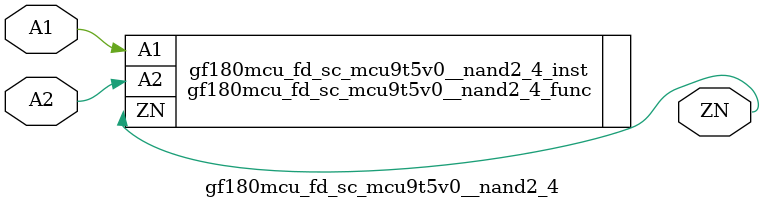
<source format=v>

module gf180mcu_fd_sc_mcu9t5v0__nand2_4( A2, ZN, A1 );
input A1, A2;
output ZN;

   `ifdef FUNCTIONAL  //  functional //

	gf180mcu_fd_sc_mcu9t5v0__nand2_4_func gf180mcu_fd_sc_mcu9t5v0__nand2_4_behav_inst(.A2(A2),.ZN(ZN),.A1(A1));

   `else

	gf180mcu_fd_sc_mcu9t5v0__nand2_4_func gf180mcu_fd_sc_mcu9t5v0__nand2_4_inst(.A2(A2),.ZN(ZN),.A1(A1));

	// spec_gates_begin


	// spec_gates_end



   specify

	// specify_block_begin

	// comb arc A1 --> ZN
	 (A1 => ZN) = (1.0,1.0);

	// comb arc A2 --> ZN
	 (A2 => ZN) = (1.0,1.0);

	// specify_block_end

   endspecify

   `endif

endmodule

</source>
